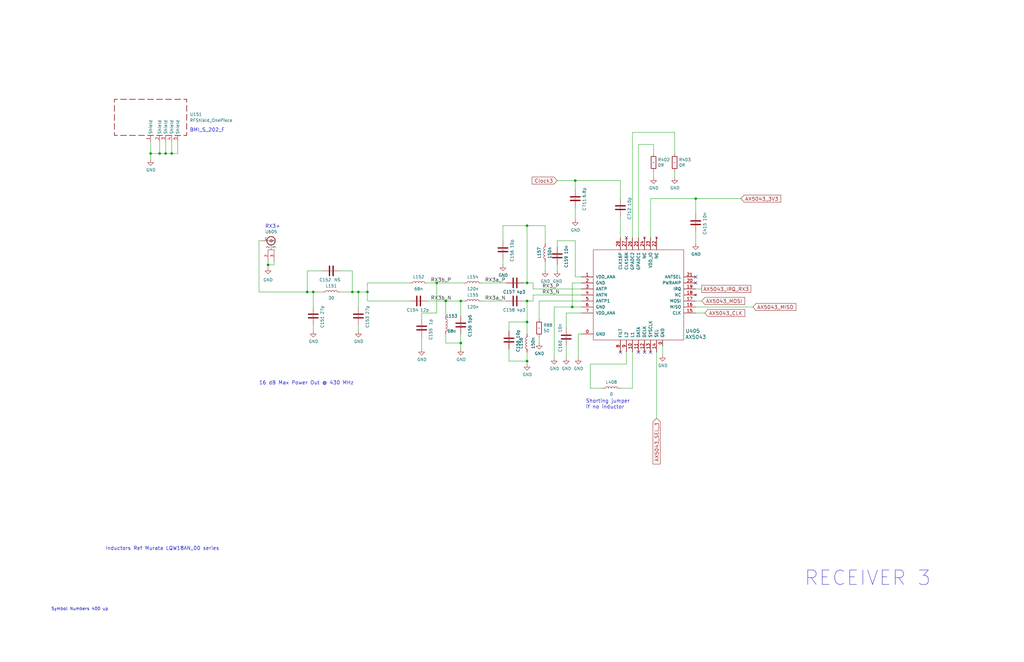
<source format=kicad_sch>
(kicad_sch (version 20230121) (generator eeschema)
  (paper "USLedger")
  (title_block (title "Radiation Tolerant PacSat Communication") (date "2023-06-17") (rev "A") (company "AMSAT-NA") (comment 1 "N5BRG"))
  (lib_symbols
    (symbol "Device:C" (pin_numbers hide) (pin_names (offset 0.254))
      (property "Reference" "C" (at 0.635 2.54 0))
      (property "Value" "C" (at 0.635 -2.54 0))
      (symbol "C_0_1"
        (polyline (pts (xy -2.032 -0.762) (xy 2.032 -0.762)) (stroke (width 0.508)))
        (polyline (pts (xy -2.032 0.762) (xy 2.032 0.762)) (stroke (width 0.508)))
      )
      (symbol "C_1_1"
        (pin passive line (at 0 3.81 270) (length 2.794) (name "~") (number "1"))
        (pin passive line (at 0 -3.81 90) (length 2.794) (name "~") (number "2"))
      )
    )
    (symbol "Device:L" (pin_numbers hide) (pin_names (offset 1.016) hide)
      (property "Reference" "L" (at -1.27 0 90))
      (property "Value" "L" (at 1.905 0 90))
      (symbol "L_0_1"
        (arc (start 0 -2.54) (mid 0.6323 -1.905) (end 0 -1.27))
        (arc (start 0 -1.27) (mid 0.6323 -0.635) (end 0 0))
        (arc (start 0 0) (mid 0.6323 0.635) (end 0 1.27))
        (arc (start 0 1.27) (mid 0.6323 1.905) (end 0 2.54))
      )
      (symbol "L_1_1"
        (pin passive line (at 0 3.81 270) (length 1.27) (name "1") (number "1"))
        (pin passive line (at 0 -3.81 90) (length 1.27) (name "2") (number "2"))
      )
    )
    (symbol "Device:R" (pin_numbers hide) (pin_names (offset 0))
      (property "Reference" "R" (at 2.032 0 90))
      (property "Value" "R" (at 0 0 90))
      (symbol "R_0_1"
        (rectangle (start -1.016 -2.54) (end 1.016 2.54) (stroke (width 0.254)))
      )
      (symbol "R_1_1"
        (pin passive line (at 0 3.81 270) (length 1.27) (name "~") (number "1"))
        (pin passive line (at 0 -3.81 90) (length 1.27) (name "~") (number "2"))
      )
    )
    (symbol "PACSAT_DEV_misc:AX5043" (pin_names (offset 1.016))
      (property "Reference" "U156" (at 16.51 -21.59 0))
      (property "Value" "AX5043" (at -5.08 0 0))
      (symbol "AX5043_0_1"
        (rectangle (start -19.05 19.05) (end 19.05 -19.05))
      )
      (symbol "AX5043_1_1"
        (pin passive line (at -24.13 -16.51 0) (length 5.08) (name "GND") (number "0"))
        (pin power_in line (at 10.16 -21.59 90) (length 2.54) (name "GND") (number "0"))
        (pin passive line (at -24.13 7.62 0) (length 5.08) (name "VDD_ANA") (number "1"))
        (pin passive line (at -2.54 -24.13 90) (length 5.08) (name "L1") (number "10"))
        (pin input line (at 0 -24.13 90) (length 5.08) (name "DATA") (number "11"))
        (pin input line (at 2.54 -24.13 90) (length 5.08) (name "DCLK") (number "12"))
        (pin output line (at 5.08 -24.13 90) (length 5.08) (name "SYSCLK") (number "13"))
        (pin input line (at 7.62 -24.13 90) (length 5.08) (name "SEL") (number "14"))
        (pin input line (at 24.13 -7.62 180) (length 5.08) (name "CLK") (number "15"))
        (pin tri_state line (at 24.13 -5.08 180) (length 5.08) (name "MISO") (number "16"))
        (pin input line (at 24.13 -2.54 180) (length 5.08) (name "MOSI") (number "17"))
        (pin no_connect line (at 24.13 0 180) (length 5.08) (name "NC") (number "18"))
        (pin output line (at 24.13 2.54 180) (length 5.08) (name "IRQ") (number "19"))
        (pin input line (at -24.13 5.08 0) (length 5.08) (name "GND") (number "2"))
        (pin output line (at 24.13 5.08 180) (length 5.08) (name "PWRAMP") (number "20"))
        (pin output line (at 24.13 7.62 180) (length 5.08) (name "ANTSEL") (number "21"))
        (pin no_connect line (at 7.62 24.13 270) (length 5.08) (name "NC") (number "22"))
        (pin passive line (at 5.08 24.13 270) (length 5.08) (name "VDD_IO") (number "23"))
        (pin no_connect line (at 2.54 24.13 270) (length 5.08) (name "NC") (number "24"))
        (pin input line (at 0 24.13 270) (length 5.08) (name "GPADC1") (number "25"))
        (pin input line (at -2.54 24.13 270) (length 5.08) (name "GPADC2") (number "26"))
        (pin passive line (at -5.08 24.13 270) (length 5.08) (name "CLK16N") (number "27"))
        (pin passive line (at -7.62 24.13 270) (length 5.08) (name "CLK16P") (number "28"))
        (pin bidirectional line (at -24.13 2.54 0) (length 5.08) (name "ANTP") (number "3"))
        (pin bidirectional line (at -24.13 0 0) (length 5.08) (name "ANTN") (number "4"))
        (pin output line (at -24.13 -2.54 0) (length 5.08) (name "ANTP1") (number "5"))
        (pin input line (at -24.13 -5.08 0) (length 5.08) (name "GND") (number "6"))
        (pin passive line (at -24.13 -7.62 0) (length 5.08) (name "VDD_ANA") (number "7"))
        (pin passive line (at -7.62 -24.13 90) (length 5.08) (name "FILT") (number "8"))
        (pin passive line (at -5.08 -24.13 90) (length 5.08) (name "L2") (number "9"))
      )
    )
    (symbol "PACSAT_DEV_misc:RF_SHIELD_BOX"
      (property "Reference" "U" (at -15.24 8.89 0))
      (symbol "RF_SHIELD_BOX_0_1"
        (polyline (pts (xy -16.51 -5.08) (xy -16.51 -2.54)) (stroke (width 0.254)))
        (polyline (pts (xy -16.51 -1.27) (xy -16.51 1.27)) (stroke (width 0.254)))
        (polyline (pts (xy -16.51 2.54) (xy -16.51 5.08)) (stroke (width 0.254)))
        (polyline (pts (xy -13.97 7.62) (xy -11.43 7.62)) (stroke (width 0.254)))
        (polyline (pts (xy -11.43 -7.62) (xy -13.97 -7.62)) (stroke (width 0.254)))
        (polyline (pts (xy -7.62 -7.62) (xy -10.16 -7.62)) (stroke (width 0.254)))
        (polyline (pts (xy -7.62 7.62) (xy -10.16 7.62)) (stroke (width 0.254)))
        (polyline (pts (xy -3.81 -7.62) (xy -6.35 -7.62)) (stroke (width 0.254)))
        (polyline (pts (xy -3.81 7.62) (xy -6.35 7.62)) (stroke (width 0.254)))
        (polyline (pts (xy -2.54 -7.62) (xy 0 -7.62)) (stroke (width 0.254)))
        (polyline (pts (xy 0 7.62) (xy -2.54 7.62)) (stroke (width 0.254)))
        (polyline (pts (xy 1.27 -7.62) (xy 3.81 -7.62)) (stroke (width 0.254)))
        (polyline (pts (xy 3.81 7.62) (xy 1.27 7.62)) (stroke (width 0.254)))
        (polyline (pts (xy 5.08 -7.62) (xy 7.62 -7.62)) (stroke (width 0.254)))
        (polyline (pts (xy 7.62 7.62) (xy 5.08 7.62)) (stroke (width 0.254)))
        (polyline (pts (xy 8.89 -7.62) (xy 11.43 -7.62)) (stroke (width 0.254)))
        (polyline (pts (xy 11.43 7.62) (xy 8.89 7.62)) (stroke (width 0.254)))
        (polyline (pts (xy 13.97 -5.08) (xy 13.97 -2.54)) (stroke (width 0.254)))
        (polyline (pts (xy 13.97 -1.27) (xy 13.97 1.27)) (stroke (width 0.254)))
        (polyline (pts (xy 13.97 2.54) (xy 13.97 5.08)) (stroke (width 0.254)))
        (polyline (pts (xy -16.51 6.35) (xy -16.51 7.62) (xy -15.24 7.62)) (stroke (width 0.254)))
        (polyline (pts (xy -15.24 -7.62) (xy -16.51 -7.62) (xy -16.51 -6.35)) (stroke (width 0.254)))
        (polyline (pts (xy 12.7 -7.62) (xy 13.97 -7.62) (xy 13.97 -6.35)) (stroke (width 0.254)))
        (polyline (pts (xy 13.97 6.35) (xy 13.97 7.62) (xy 12.7 7.62)) (stroke (width 0.254)))
      )
      (symbol "RF_SHIELD_BOX_1_1"
        (pin power_in line (at -1.27 -10.16 90) (length 2.54) (name "Shield") (number "1"))
        (pin power_in line (at 2.54 -10.16 90) (length 2.54) (name "Shield") (number "2"))
        (pin power_in line (at 5.08 -10.16 90) (length 2.54) (name "Shield") (number "3"))
        (pin power_in line (at 7.62 -10.16 90) (length 2.54) (name "Shield") (number "4"))
        (pin power_in line (at 10.16 -10.16 90) (length 2.54) (name "Shield") (number "5"))
      )
    )
    (symbol "PACSAT_DEV_misc:U_FL"
      (property "Reference" "U" (at -3.81 2.54 0))
      (symbol "U_FL_0_1"
        (polyline (pts (xy -1.27 -3.81) (xy 1.27 -3.81)))
        (polyline (pts (xy 0 -3.81) (xy 0 -1.778)))
        (circle (center 0 0) (radius 0.508) (stroke (width 0.2032)))
        (circle (center 0 0) (radius 1.778) (stroke (width 0.3048)))
      )
      (symbol "U_FL_1_1"
        (pin bidirectional line (at -3.81 0 0) (length 3.302) (name "In") (number "1"))
        (pin power_in line (at -1.27 -8.89 90) (length 5.08) (name "2") (number "2"))
        (pin power_in line (at 1.27 -8.89 90) (length 5.08) (name "3") (number "3"))
      )
    )
    (symbol "power:GND" (power) (pin_names (offset 0))
      (property "Value" "GND" (at 0 -3.81 0))
      (symbol "GND_0_1"
        (polyline (pts (xy 0 0) (xy 0 -1.27) (xy 1.27 -1.27) (xy 0 -2.54) (xy -1.27 -1.27) (xy 0 -1.27)))
      )
      (symbol "GND_1_1"
        (pin power_in line (at 0 0 270) (length 0) hide (name "GND") (number "1"))
      )
    )
  )
  (junction (at 194.31 144.78))
  (junction (at 222.25 135.89))
  (junction (at 151.13 123.19))
  (junction (at 154.94 123.19))
  (junction (at 63.5 64.77))
  (junction (at 222.25 127))
  (junction (at 194.31 127))
  (junction (at 187.96 127))
  (junction (at 148.59 123.19))
  (junction (at 69.85 64.77))
  (junction (at 241.3 129.54))
  (junction (at 242.57 76.2))
  (junction (at 72.39 64.77))
  (junction (at 67.31 64.77))
  (junction (at 222.25 95.25))
  (junction (at 184.15 119.38))
  (junction (at 222.25 152.4))
  (junction (at 222.25 119.38))
  (junction (at 132.08 123.19))
  (junction (at 113.03 111.76))
  (junction (at 129.54 123.19))
  (junction (at 293.37 83.82))
  (no_connect (at 271.78 148.59))
  (no_connect (at 261.62 148.59))
  (no_connect (at 264.16 100.33))
  (no_connect (at 293.37 116.84))
  (no_connect (at 274.32 148.59))
  (no_connect (at 269.24 148.59))
  (no_connect (at 293.37 119.38))
  (wire (pts (xy 242.57 116.84) (xy 242.57 101.6)))
  (wire (pts (xy 194.31 127) (xy 195.58 127)))
  (wire (pts (xy 154.94 119.38) (xy 172.72 119.38)))
  (wire (pts (xy 269.24 60.96) (xy 275.59 60.96)))
  (wire (pts (xy 148.59 123.19) (xy 151.13 123.19)))
  (wire (pts (xy 242.57 87.63) (xy 242.57 92.71)))
  (wire (pts (xy 227.33 127) (xy 227.33 134.62)))
  (wire (pts (xy 293.37 83.82) (xy 312.42 83.82)))
  (wire (pts (xy 74.93 59.69) (xy 74.93 64.77)))
  (wire (pts (xy 222.25 127) (xy 222.25 135.89)))
  (wire (pts (xy 229.87 95.25) (xy 229.87 102.87)))
  (wire (pts (xy 187.96 127) (xy 187.96 133.35)))
  (wire (pts (xy 245.11 116.84) (xy 242.57 116.84)))
  (wire (pts (xy 194.31 127) (xy 194.31 133.35)))
  (wire (pts (xy 184.15 119.38) (xy 195.58 119.38)))
  (wire (pts (xy 284.48 55.88) (xy 284.48 64.77)))
  (wire (pts (xy 222.25 148.59) (xy 222.25 152.4)))
  (wire (pts (xy 151.13 123.19) (xy 154.94 123.19)))
  (wire (pts (xy 224.79 119.38) (xy 224.79 121.92)))
  (wire (pts (xy 261.62 163.83) (xy 266.7 163.83)))
  (wire (pts (xy 63.5 59.69) (xy 63.5 64.77)))
  (wire (pts (xy 261.62 91.44) (xy 261.62 100.33)))
  (wire (pts (xy 261.62 76.2) (xy 242.57 76.2)))
  (wire (pts (xy 220.98 119.38) (xy 222.25 119.38)))
  (wire (pts (xy 184.15 132.08) (xy 177.8 132.08)))
  (wire (pts (xy 177.8 132.08) (xy 177.8 134.62)))
  (wire (pts (xy 110.49 101.6) (xy 109.22 101.6)))
  (wire (pts (xy 233.68 151.13) (xy 233.68 129.54)))
  (wire (pts (xy 238.76 132.08) (xy 238.76 138.43)))
  (wire (pts (xy 203.2 127) (xy 213.36 127)))
  (wire (pts (xy 234.95 111.76) (xy 234.95 114.3)))
  (wire (pts (xy 264.16 153.67) (xy 248.92 153.67)))
  (wire (pts (xy 293.37 90.17) (xy 293.37 83.82)))
  (wire (pts (xy 261.62 76.2) (xy 261.62 83.82)))
  (wire (pts (xy 67.31 64.77) (xy 63.5 64.77)))
  (wire (pts (xy 224.79 127) (xy 224.79 124.46)))
  (wire (pts (xy 234.95 101.6) (xy 234.95 104.14)))
  (wire (pts (xy 220.98 127) (xy 222.25 127)))
  (wire (pts (xy 135.89 114.3) (xy 129.54 114.3)))
  (wire (pts (xy 184.15 119.38) (xy 184.15 132.08)))
  (wire (pts (xy 269.24 60.96) (xy 269.24 100.33)))
  (wire (pts (xy 154.94 127) (xy 172.72 127)))
  (wire (pts (xy 129.54 114.3) (xy 129.54 123.19)))
  (wire (pts (xy 109.22 101.6) (xy 109.22 123.19)))
  (wire (pts (xy 132.08 137.16) (xy 132.08 139.7)))
  (wire (pts (xy 212.09 101.6) (xy 212.09 95.25)))
  (wire (pts (xy 266.7 148.59) (xy 266.7 163.83)))
  (wire (pts (xy 113.03 110.49) (xy 113.03 111.76)))
  (wire (pts (xy 67.31 59.69) (xy 67.31 64.77)))
  (wire (pts (xy 243.84 140.97) (xy 243.84 151.13)))
  (wire (pts (xy 148.59 114.3) (xy 148.59 123.19)))
  (wire (pts (xy 113.03 111.76) (xy 115.57 111.76)))
  (wire (pts (xy 212.09 95.25) (xy 222.25 95.25)))
  (wire (pts (xy 248.92 153.67) (xy 248.92 163.83)))
  (wire (pts (xy 279.4 146.05) (xy 279.4 149.86)))
  (wire (pts (xy 187.96 144.78) (xy 194.31 144.78)))
  (wire (pts (xy 242.57 101.6) (xy 234.95 101.6)))
  (wire (pts (xy 227.33 142.24) (xy 227.33 144.78)))
  (wire (pts (xy 177.8 142.24) (xy 177.8 147.32)))
  (wire (pts (xy 274.32 83.82) (xy 293.37 83.82)))
  (wire (pts (xy 69.85 64.77) (xy 72.39 64.77)))
  (wire (pts (xy 109.22 123.19) (xy 129.54 123.19)))
  (wire (pts (xy 113.03 111.76) (xy 113.03 113.03)))
  (wire (pts (xy 284.48 72.39) (xy 284.48 74.93)))
  (wire (pts (xy 115.57 110.49) (xy 115.57 111.76)))
  (wire (pts (xy 293.37 121.92) (xy 295.91 121.92)))
  (wire (pts (xy 132.08 123.19) (xy 135.89 123.19)))
  (wire (pts (xy 227.33 127) (xy 245.11 127)))
  (wire (pts (xy 214.63 135.89) (xy 222.25 135.89)))
  (wire (pts (xy 151.13 137.16) (xy 151.13 139.7)))
  (wire (pts (xy 293.37 127) (xy 295.91 127)))
  (wire (pts (xy 222.25 152.4) (xy 222.25 153.67)))
  (wire (pts (xy 245.11 119.38) (xy 241.3 119.38)))
  (wire (pts (xy 222.25 135.89) (xy 222.25 140.97)))
  (wire (pts (xy 276.86 148.59) (xy 276.86 176.53)))
  (wire (pts (xy 275.59 72.39) (xy 275.59 74.93)))
  (wire (pts (xy 238.76 146.05) (xy 238.76 151.13)))
  (wire (pts (xy 132.08 129.54) (xy 132.08 123.19)))
  (wire (pts (xy 242.57 76.2) (xy 242.57 80.01)))
  (wire (pts (xy 67.31 64.77) (xy 69.85 64.77)))
  (wire (pts (xy 293.37 97.79) (xy 293.37 102.87)))
  (wire (pts (xy 266.7 55.88) (xy 284.48 55.88)))
  (wire (pts (xy 72.39 59.69) (xy 72.39 64.77)))
  (wire (pts (xy 143.51 123.19) (xy 148.59 123.19)))
  (wire (pts (xy 274.32 100.33) (xy 274.32 83.82)))
  (wire (pts (xy 214.63 147.32) (xy 214.63 152.4)))
  (wire (pts (xy 233.68 129.54) (xy 241.3 129.54)))
  (wire (pts (xy 194.31 140.97) (xy 194.31 144.78)))
  (wire (pts (xy 129.54 123.19) (xy 132.08 123.19)))
  (wire (pts (xy 151.13 129.54) (xy 151.13 123.19)))
  (wire (pts (xy 224.79 121.92) (xy 245.11 121.92)))
  (wire (pts (xy 214.63 139.7) (xy 214.63 135.89)))
  (wire (pts (xy 187.96 140.97) (xy 187.96 144.78)))
  (wire (pts (xy 224.79 124.46) (xy 245.11 124.46)))
  (wire (pts (xy 234.95 76.2) (xy 242.57 76.2)))
  (wire (pts (xy 194.31 144.78) (xy 194.31 147.32)))
  (wire (pts (xy 203.2 119.38) (xy 213.36 119.38)))
  (wire (pts (xy 241.3 129.54) (xy 245.11 129.54)))
  (wire (pts (xy 229.87 95.25) (xy 222.25 95.25)))
  (wire (pts (xy 248.92 163.83) (xy 254 163.83)))
  (wire (pts (xy 180.34 119.38) (xy 184.15 119.38)))
  (wire (pts (xy 229.87 110.49) (xy 229.87 114.3)))
  (wire (pts (xy 143.51 114.3) (xy 148.59 114.3)))
  (wire (pts (xy 293.37 132.08) (xy 297.18 132.08)))
  (wire (pts (xy 214.63 152.4) (xy 222.25 152.4)))
  (wire (pts (xy 74.93 64.77) (xy 72.39 64.77)))
  (wire (pts (xy 293.37 129.54) (xy 317.5 129.54)))
  (wire (pts (xy 63.5 64.77) (xy 63.5 67.31)))
  (wire (pts (xy 222.25 127) (xy 224.79 127)))
  (wire (pts (xy 241.3 119.38) (xy 241.3 129.54)))
  (wire (pts (xy 212.09 109.22) (xy 212.09 111.76)))
  (wire (pts (xy 187.96 127) (xy 194.31 127)))
  (wire (pts (xy 245.11 132.08) (xy 238.76 132.08)))
  (wire (pts (xy 266.7 55.88) (xy 266.7 100.33)))
  (wire (pts (xy 222.25 95.25) (xy 222.25 119.38)))
  (wire (pts (xy 245.11 140.97) (xy 243.84 140.97)))
  (wire (pts (xy 154.94 123.19) (xy 154.94 127)))
  (wire (pts (xy 154.94 119.38) (xy 154.94 123.19)))
  (wire (pts (xy 264.16 148.59) (xy 264.16 153.67)))
  (wire (pts (xy 180.34 127) (xy 187.96 127)))
  (wire (pts (xy 69.85 59.69) (xy 69.85 64.77)))
  (wire (pts (xy 275.59 60.96) (xy 275.59 64.77)))
  (wire (pts (xy 222.25 119.38) (xy 224.79 119.38)))
  (text "RECEIVER 3" (at 339.09 247.65 0) (effects (font (size 6.096 6.096)) (justify left bottom)))
  (text "BMI_S_202_F" (at 80.01 55.88 0) (effects (font (size 1.524 1.524)) (justify left bottom)))
  (text "16 dB Max Power Out @ 430 MHz" (at 109.22 162.56 0) (effects (font (size 1.524 1.524)) (justify left bottom)))
  (text "Symbol Numbers 400 up" (at 21.59 257.81 0) (effects (font (size 1.27 1.27)) (justify left bottom)))
  (text "Shorting jumper\nif no inductor" (at 247.015 172.72 0) (effects (font (size 1.524 1.524)) (justify left bottom)))
  (text "Inductors Ref Murata LQW18AN_00 series" (at 44.45 232.41 0) (effects (font (size 1.524 1.524)) (justify left bottom)))
  (text "RX3+" (at 111.76 96.52 0) (effects (font (size 1.524 1.524)) (justify left bottom)))
  (label "RX3a_P" (at 204.47 119.38 0) (effects (font (size 1.524 1.524))))
  (label "RX3a_N" (at 204.47 127 0) (effects (font (size 1.524 1.524))))
  (label "RX3_N" (at 228.6 124.46 0) (effects (font (size 1.524 1.524))))
  (label "RX3_P" (at 228.6 121.92 0) (effects (font (size 1.524 1.524))))
  (label "RX3b_P" (at 181.61 119.38 0) (effects (font (size 1.524 1.524))))
  (label "RX3b_N" (at 181.61 127 0) (effects (font (size 1.524 1.524))))
  (global_label "AX5043_SEL_3" (shape input) (at 276.86 176.53 270) (effects (font (size 1.524 1.524))) (property "Intersheetrefs" "${INTERSHEET_REFS}" (effects hide)))
  (global_label "AX5043_IRQ_RX3" (shape passive) (at 295.91 121.92 0) (effects (font (size 1.524 1.524))) (property "Intersheetrefs" "${INTERSHEET_REFS}" (effects hide)))
  (global_label "Clock3" (shape input) (at 234.95 76.2 180) (effects (font (size 1.524 1.524))) (property "Intersheetrefs" "${INTERSHEET_REFS}" (effects hide)))
  (global_label "AX5043_CLK" (shape input) (at 297.18 132.08 0) (effects (font (size 1.524 1.524))) (property "Intersheetrefs" "${INTERSHEET_REFS}" (effects hide)))
  (global_label "AX5043_MISO" (shape input) (at 317.5 129.54 0) (effects (font (size 1.524 1.524))) (property "Intersheetrefs" "${INTERSHEET_REFS}" (effects hide)))
  (global_label "AX5043_MOSI" (shape input) (at 295.91 127 0) (effects (font (size 1.524 1.524))) (property "Intersheetrefs" "${INTERSHEET_REFS}" (effects hide)))
  (global_label "AX5043_3V3" (shape input) (at 312.42 83.82 0) (effects (font (size 1.524 1.524))) (property "Intersheetrefs" "${INTERSHEET_REFS}" (effects hide)))
  (symbol (lib_id "Device:C") (at 177.8 138.43 0) (unit 1)
    (property "Reference" "C155" (at 181.61 140.97 90))
    (property "Value" "1p" (at 181.61 135.89 90))
    (property "Footprint" "Capacitor_SMD:C_0603_1608Metric_Pad1.08x0.95mm_HandSolder" (effects hide))
    (property "Datasheet" "~" (at 177.8 138.43 0))
    (instances (project "pACsAT_dEV_rEVc_230907" (path "" (reference "C155") (unit 1)) (path "" (reference "C405") (unit 1))))
  )
  (symbol (lib_id "Device:R") (at 275.59 68.58 0) (unit 1)
    (property "Reference" "R402" (at 277.368 67.4116 0) (effects (justify left)))
    (property "Value" "0R" (at 277.368 69.723 0) (effects (justify left)))
    (property "Footprint" "Resistor_SMD:R_0603_1608Metric_Pad0.98x0.95mm_HandSolder" (effects hide))
    (property "Datasheet" "~" (at 275.59 68.58 0))
  )
  (symbol (lib_id "power:GND") (at 222.25 153.67 0) (unit 1)
    (property "Reference" "#PWR0175" (effects hide))
    (property "Value" "GND" (at 222.377 158.0642 0))
    (instances (project "pACsAT_dEV_rEVc_230907" (path "" (reference "#PWR0175") (unit 1)) (path "" (reference "#PWR0408") (unit 1))))
  )
  (symbol (lib_id "Device:C") (at 151.13 133.35 0) (unit 1)
    (property "Reference" "C153" (at 154.94 135.89 90))
    (property "Value" "27p" (at 154.94 130.81 90))
    (property "Footprint" "Capacitor_SMD:C_0603_1608Metric_Pad1.08x0.95mm_HandSolder" (effects hide))
    (property "Datasheet" "~" (at 151.13 133.35 0))
    (instances (project "pACsAT_dEV_rEVc_230907" (path "" (reference "C153") (unit 1)) (path "" (reference "C403") (unit 1))))
  )
  (symbol (lib_id "power:GND") (at 63.5 67.31 0) (unit 1)
    (property "Reference" "#PWR0161" (effects hide))
    (property "Value" "GND" (at 63.627 71.7042 0))
    (instances (project "pACsAT_dEV_rEVc_230907" (path "" (reference "#PWR0161") (unit 1)) (path "" (reference "#PWR0619") (unit 1))))
  )
  (symbol (lib_id "power:GND") (at 233.68 151.13 0) (unit 1)
    (property "Reference" "#PWR0177" (effects hide))
    (property "Value" "GND" (at 233.807 155.5242 0))
    (instances (project "pACsAT_dEV_rEVc_230907" (path "" (reference "#PWR0177") (unit 1)) (path "" (reference "#PWR0411") (unit 1))))
  )
  (symbol (lib_id "power:GND") (at 284.48 74.93 0) (unit 1)
    (property "Reference" "#PWR0418" (effects hide))
    (property "Value" "GND" (at 284.607 79.3242 0))
  )
  (symbol (lib_id "power:GND") (at 113.03 113.03 0) (unit 1)
    (property "Reference" "#PWR0614" (effects hide))
    (property "Value" "GND" (at 113.03 118.11 0))
    (instances (project "pACsAT_dEV_rEVc_230907" (path "" (reference "#PWR0614") (unit 1)) (path "" (reference "#PWR0402") (unit 1))))
  )
  (symbol (lib_id "Device:L") (at 199.39 127 90) (unit 1)
    (property "Reference" "L155" (at 199.39 124.46 90))
    (property "Value" "120n" (at 199.39 129.54 90))
    (property "Footprint" "PacSatDev_misc:L_Murata_LQH2MCNxxxx02_2.0x1.6mm" (effects hide))
    (instances (project "pACsAT_dEV_rEVc_230907" (path "" (reference "L155") (unit 1)) (path "" (reference "L405") (unit 1))))
  )
  (symbol (lib_id "Device:L") (at 199.39 119.38 90) (unit 1)
    (property "Reference" "L154" (at 199.39 116.84 90))
    (property "Value" "120n" (at 199.39 121.92 90))
    (property "Footprint" "PacSatDev_misc:L_Murata_LQH2MCNxxxx02_2.0x1.6mm" (effects hide))
    (instances (project "pACsAT_dEV_rEVc_230907" (path "" (reference "L154") (unit 1)) (path "" (reference "L404") (unit 1))))
  )
  (symbol (lib_id "power:GND") (at 243.84 151.13 0) (unit 1)
    (property "Reference" "#PWR0181" (effects hide))
    (property "Value" "GND" (at 243.967 155.5242 0))
    (instances (project "pACsAT_dEV_rEVc_230907" (path "" (reference "#PWR0181") (unit 1)) (path "" (reference "#PWR0415") (unit 1))))
  )
  (symbol (lib_id "power:GND") (at 242.57 92.71 0) (unit 1)
    (property "Reference" "#PWR0735" (effects hide))
    (property "Value" "GND" (at 242.697 97.1042 0))
    (instances (project "pACsAT_dEV_rEVc_230907" (path "" (reference "#PWR0735") (unit 1)) (path "" (reference "#PWR0414") (unit 1))))
  )
  (symbol (lib_id "power:GND") (at 293.37 102.87 0) (unit 1)
    (property "Reference" "#PWR0419" (effects hide))
    (property "Value" "GND" (at 293.497 107.2642 0))
  )
  (symbol (lib_id "Device:L") (at 176.53 119.38 90) (unit 1)
    (property "Reference" "L152" (at 176.53 116.84 90))
    (property "Value" "68n" (at 176.53 121.92 90))
    (property "Footprint" "PacSatDev_misc:L_Murata_LQH2MCNxxxx02_2.0x1.6mm" (effects hide))
    (instances (project "pACsAT_dEV_rEVc_230907" (path "" (reference "L152") (unit 1)) (path "" (reference "L402") (unit 1))))
  )
  (symbol (lib_id "Device:L") (at 222.25 144.78 180) (unit 1)
    (property "Reference" "L156" (at 219.71 144.78 90))
    (property "Value" "150n" (at 224.79 144.78 90))
    (property "Footprint" "PacSatDev_misc:L_Murata_LQH2MCNxxxx02_2.0x1.6mm" (effects hide))
    (instances (project "pACsAT_dEV_rEVc_230907" (path "" (reference "L156") (unit 1)) (path "" (reference "L406") (unit 1))))
  )
  (symbol (lib_id "Device:C") (at 238.76 142.24 0) (unit 1)
    (property "Reference" "C160" (at 236.22 146.05 90))
    (property "Value" "10n" (at 236.22 138.43 90))
    (property "Footprint" "Capacitor_SMD:C_0603_1608Metric_Pad1.08x0.95mm_HandSolder" (effects hide))
    (property "Datasheet" "~" (at 238.76 142.24 0))
    (instances (project "pACsAT_dEV_rEVc_230907" (path "" (reference "C160") (unit 1)) (path "" (reference "C412") (unit 1))))
  )
  (symbol (lib_id "power:GND") (at 229.87 114.3 0) (unit 1)
    (property "Reference" "#PWR0176" (effects hide))
    (property "Value" "GND" (at 229.997 118.6942 0))
    (instances (project "pACsAT_dEV_rEVc_230907" (path "" (reference "#PWR0176") (unit 1)) (path "" (reference "#PWR0410") (unit 1))))
  )
  (symbol (lib_id "PACSAT_DEV_misc:U_FL") (at 114.3 101.6 0) (unit 1)
    (property "Reference" "U605" (at 111.76 97.79 0) (effects (justify left)))
    (property "Value" "~" (at 114.3 101.6 0))
    (property "Footprint" "PacSatDev_misc:U_FL" (effects hide))
    (instances (project "pACsAT_dEV_rEVc_230907" (path "" (reference "U605") (unit 1)) (path "" (reference "U406") (unit 1))))
  )
  (symbol (lib_id "Device:R") (at 284.48 68.58 0) (unit 1)
    (property "Reference" "R403" (at 286.258 67.4116 0) (effects (justify left)))
    (property "Value" "0R" (at 286.258 69.723 0) (effects (justify left)))
    (property "Footprint" "Resistor_SMD:R_0603_1608Metric_Pad0.98x0.95mm_HandSolder" (effects hide))
    (property "Datasheet" "~" (at 284.48 68.58 0))
  )
  (symbol (lib_id "power:GND") (at 132.08 139.7 0) (unit 1)
    (property "Reference" "#PWR0171" (effects hide))
    (property "Value" "GND" (at 132.207 144.0942 0))
    (instances (project "pACsAT_dEV_rEVc_230907" (path "" (reference "#PWR0171") (unit 1)) (path "" (reference "#PWR0403") (unit 1))))
  )
  (symbol (lib_id "Device:C") (at 217.17 119.38 270) (unit 1)
    (property "Reference" "C157" (at 214.63 123.19 90))
    (property "Value" "4p3" (at 219.71 123.19 90))
    (property "Footprint" "Capacitor_SMD:C_0603_1608Metric_Pad1.08x0.95mm_HandSolder" (effects hide))
    (property "Datasheet" "~" (at 217.17 119.38 0))
    (instances (project "pACsAT_dEV_rEVc_230907" (path "" (reference "C157") (unit 1)) (path "" (reference "C409") (unit 1))))
  )
  (symbol (lib_id "Device:C") (at 217.17 127 270) (unit 1)
    (property "Reference" "C158" (at 214.63 130.81 90))
    (property "Value" "4p3" (at 219.71 130.81 90))
    (property "Footprint" "Capacitor_SMD:C_0603_1608Metric_Pad1.08x0.95mm_HandSolder" (effects hide))
    (property "Datasheet" "~" (at 217.17 127 0))
    (instances (project "pACsAT_dEV_rEVc_230907" (path "" (reference "C158") (unit 1)) (path "" (reference "C410") (unit 1))))
  )
  (symbol (lib_id "power:GND") (at 275.59 74.93 0) (unit 1)
    (property "Reference" "#PWR0416" (effects hide))
    (property "Value" "GND" (at 275.717 79.3242 0))
  )
  (symbol (lib_id "power:GND") (at 212.09 111.76 0) (unit 1)
    (property "Reference" "#PWR0176" (effects hide))
    (property "Value" "GND" (at 212.217 116.1542 0))
    (instances (project "pACsAT_dEV_rEVc_230907" (path "" (reference "#PWR0176") (unit 1)) (path "" (reference "#PWR0407") (unit 1))))
  )
  (symbol (lib_id "Device:L") (at 257.81 163.83 90) (unit 1)
    (property "Reference" "L408" (at 257.81 161.29 90))
    (property "Value" "0" (at 257.81 166.37 90))
    (property "Footprint" "PacSatDev_misc:L_Murata_LQH2MCNxxxx02_2.0x1.6mm" (effects hide))
  )
  (symbol (lib_id "Device:C") (at 139.7 114.3 270) (unit 1)
    (property "Reference" "C152" (at 137.16 118.11 90))
    (property "Value" "NS" (at 142.24 118.11 90))
    (property "Footprint" "Capacitor_SMD:C_0603_1608Metric_Pad1.08x0.95mm_HandSolder" (effects hide))
    (property "Datasheet" "~" (at 139.7 114.3 0))
    (instances (project "pACsAT_dEV_rEVc_230907" (path "" (reference "C152") (unit 1)) (path "" (reference "C402") (unit 1))))
  )
  (symbol (lib_id "Device:C") (at 176.53 127 270) (unit 1)
    (property "Reference" "C154" (at 173.99 130.81 90))
    (property "Value" "12p" (at 179.07 130.81 90))
    (property "Footprint" "Capacitor_SMD:C_0603_1608Metric_Pad1.08x0.95mm_HandSolder" (effects hide))
    (property "Datasheet" "~" (at 176.53 127 0))
    (instances (project "pACsAT_dEV_rEVc_230907" (path "" (reference "C154") (unit 1)) (path "" (reference "C404") (unit 1))))
  )
  (symbol (lib_id "PACSAT_DEV_misc:RF_SHIELD_BOX") (at 64.77 49.53 0) (unit 1)
    (property "Reference" "U151" (at 80.01 48.26 0) (effects (justify left)))
    (property "Value" "RFShield_OnePiece" (at 80.01 50.8 0) (effects (justify left)))
    (property "Footprint" "PacSatDev_misc:RF_SHIELD_BMI_S_202_F_U401" (effects hide))
    (instances (project "pACsAT_dEV_rEVc_230907" (path "" (reference "U151") (unit 1)) (path "" (reference "U401") (unit 1))))
  )
  (symbol (lib_id "Device:L") (at 187.96 137.16 0) (unit 1)
    (property "Reference" "L153" (at 190.5 133.35 0))
    (property "Value" "68n" (at 190.5 139.7 0))
    (property "Footprint" "PacSatDev_misc:L_Murata_LQH2MCNxxxx02_2.0x1.6mm" (effects hide))
    (instances (project "pACsAT_dEV_rEVc_230907" (path "" (reference "L153") (unit 1)) (path "" (reference "L403") (unit 1))))
  )
  (symbol (lib_id "Device:L") (at 139.7 123.19 90) (unit 1)
    (property "Reference" "L151" (at 139.7 120.65 90))
    (property "Value" "30" (at 139.7 125.73 90))
    (property "Footprint" "PacSatDev_misc:L_Murata_LQH2MCNxxxx02_2.0x1.6mm" (effects hide))
    (instances (project "pACsAT_dEV_rEVc_230907" (path "" (reference "L151") (unit 1)) (path "" (reference "L401") (unit 1))))
  )
  (symbol (lib_id "Device:C") (at 261.62 87.63 0) (unit 1)
    (property "Reference" "C712" (at 265.43 90.17 90))
    (property "Value" "10p" (at 265.43 85.09 90))
    (property "Footprint" "Capacitor_SMD:C_0603_1608Metric_Pad1.08x0.95mm_HandSolder" (effects hide))
    (property "Datasheet" "~" (at 261.62 87.63 0))
    (instances (project "pACsAT_dEV_rEVc_230907" (path "" (reference "C712") (unit 1)) (path "" (reference "C414") (unit 1))))
  )
  (symbol (lib_id "power:GND") (at 279.4 149.86 0) (unit 1)
    (property "Reference" "#PWR0173" (effects hide))
    (property "Value" "GND" (at 279.527 154.2542 0))
    (instances (project "pACsAT_dEV_rEVc_230907" (path "" (reference "#PWR0173") (unit 1)) (path "" (reference "#PWR0417") (unit 1))))
  )
  (symbol (lib_id "Device:C") (at 214.63 143.51 0) (unit 1)
    (property "Reference" "C156" (at 218.44 146.05 90))
    (property "Value" "10p" (at 218.44 140.97 90))
    (property "Footprint" "Capacitor_SMD:C_0603_1608Metric_Pad1.08x0.95mm_HandSolder" (effects hide))
    (property "Datasheet" "~" (at 214.63 143.51 0))
    (instances (project "pACsAT_dEV_rEVc_230907" (path "" (reference "C156") (unit 1)) (path "" (reference "C408") (unit 1))))
  )
  (symbol (lib_id "power:GND") (at 151.13 139.7 0) (unit 1)
    (property "Reference" "#PWR0172" (effects hide))
    (property "Value" "GND" (at 151.257 144.0942 0))
    (instances (project "pACsAT_dEV_rEVc_230907" (path "" (reference "#PWR0172") (unit 1)) (path "" (reference "#PWR0404") (unit 1))))
  )
  (symbol (lib_id "Device:C") (at 132.08 133.35 0) (unit 1)
    (property "Reference" "C151" (at 135.89 135.89 90))
    (property "Value" "27p" (at 135.89 130.81 90))
    (property "Footprint" "Capacitor_SMD:C_0603_1608Metric_Pad1.08x0.95mm_HandSolder" (effects hide))
    (property "Datasheet" "~" (at 132.08 133.35 0))
    (instances (project "pACsAT_dEV_rEVc_230907" (path "" (reference "C151") (unit 1)) (path "" (reference "C401") (unit 1))))
  )
  (symbol (lib_id "Device:C") (at 234.95 107.95 0) (unit 1)
    (property "Reference" "C159" (at 238.76 110.49 90))
    (property "Value" "10n" (at 238.76 105.41 90))
    (property "Footprint" "Capacitor_SMD:C_0603_1608Metric_Pad1.08x0.95mm_HandSolder" (effects hide))
    (property "Datasheet" "~" (at 234.95 107.95 0))
    (instances (project "pACsAT_dEV_rEVc_230907" (path "" (reference "C159") (unit 1)) (path "" (reference "C411") (unit 1))))
  )
  (symbol (lib_id "Device:C") (at 212.09 105.41 0) (unit 1)
    (property "Reference" "C156" (at 215.9 107.95 90))
    (property "Value" "10p" (at 215.9 102.87 90))
    (property "Footprint" "Capacitor_SMD:C_0603_1608Metric_Pad1.08x0.95mm_HandSolder" (effects hide))
    (property "Datasheet" "~" (at 212.09 105.41 0))
    (instances (project "pACsAT_dEV_rEVc_230907" (path "" (reference "C156") (unit 1)) (path "" (reference "C407") (unit 1))))
  )
  (symbol (lib_id "power:GND") (at 194.31 147.32 0) (unit 1)
    (property "Reference" "#PWR0174" (effects hide))
    (property "Value" "GND" (at 194.437 151.7142 0))
    (instances (project "pACsAT_dEV_rEVc_230907" (path "" (reference "#PWR0174") (unit 1)) (path "" (reference "#PWR0406") (unit 1))))
  )
  (symbol (lib_id "power:GND") (at 177.8 147.32 0) (unit 1)
    (property "Reference" "#PWR0173" (effects hide))
    (property "Value" "GND" (at 177.927 151.7142 0))
    (instances (project "pACsAT_dEV_rEVc_230907" (path "" (reference "#PWR0173") (unit 1)) (path "" (reference "#PWR0405") (unit 1))))
  )
  (symbol (lib_id "Device:C") (at 194.31 137.16 0) (unit 1)
    (property "Reference" "C156" (at 198.12 139.7 90))
    (property "Value" "5p6" (at 198.12 134.62 90))
    (property "Footprint" "Capacitor_SMD:C_0603_1608Metric_Pad1.08x0.95mm_HandSolder" (effects hide))
    (property "Datasheet" "~" (at 194.31 137.16 0))
    (instances (project "pACsAT_dEV_rEVc_230907" (path "" (reference "C156") (unit 1)) (path "" (reference "C406") (unit 1))))
  )
  (symbol (lib_id "power:GND") (at 234.95 114.3 0) (unit 1)
    (property "Reference" "#PWR0178" (effects hide))
    (property "Value" "GND" (at 235.077 118.6942 0))
    (instances (project "pACsAT_dEV_rEVc_230907" (path "" (reference "#PWR0178") (unit 1)) (path "" (reference "#PWR0412") (unit 1))))
  )
  (symbol (lib_id "Device:R") (at 227.33 138.43 0) (unit 1)
    (property "Reference" "R88" (at 229.108 137.2616 0) (effects (justify left)))
    (property "Value" "50" (at 229.108 139.573 0) (effects (justify left)))
    (property "Footprint" "Resistor_SMD:R_0603_1608Metric_Pad0.98x0.95mm_HandSolder" (effects hide))
    (property "Datasheet" "~" (at 227.33 138.43 0))
    (instances (project "pACsAT_dEV_rEVc_230907" (path "" (reference "R88") (unit 1)) (path "" (reference "R401") (unit 1))))
  )
  (symbol (lib_id "power:GND") (at 238.76 151.13 0) (unit 1)
    (property "Reference" "#PWR0179" (effects hide))
    (property "Value" "GND" (at 238.887 155.5242 0))
    (instances (project "pACsAT_dEV_rEVc_230907" (path "" (reference "#PWR0179") (unit 1)) (path "" (reference "#PWR0413") (unit 1))))
  )
  (symbol (lib_id "power:GND") (at 227.33 144.78 0) (unit 1)
    (property "Reference" "#PWR0191" (effects hide))
    (property "Value" "GND" (at 227.457 149.1742 0))
    (instances (project "pACsAT_dEV_rEVc_230907" (path "" (reference "#PWR0191") (unit 1)) (path "" (reference "#PWR0409") (unit 1))))
  )
  (symbol (lib_id "Device:C") (at 293.37 93.98 0) (unit 1)
    (property "Reference" "C415" (at 297.18 96.52 90))
    (property "Value" "10n" (at 297.18 91.44 90))
    (property "Footprint" "Capacitor_SMD:C_0603_1608Metric_Pad1.08x0.95mm_HandSolder" (effects hide))
    (property "Datasheet" "~" (at 293.37 93.98 0))
  )
  (symbol (lib_id "Device:C") (at 242.57 83.82 0) (unit 1)
    (property "Reference" "C711" (at 246.38 86.36 90))
    (property "Value" "6.8p" (at 246.38 81.28 90))
    (property "Footprint" "Capacitor_SMD:C_0603_1608Metric_Pad1.08x0.95mm_HandSolder" (effects hide))
    (property "Datasheet" "~" (at 242.57 83.82 0))
    (instances (project "pACsAT_dEV_rEVc_230907" (path "" (reference "C711") (unit 1)) (path "" (reference "C413") (unit 1))))
  )
  (symbol (lib_id "Device:L") (at 229.87 106.68 180) (unit 1)
    (property "Reference" "L157" (at 227.33 106.68 90))
    (property "Value" "150n" (at 231.775 106.68 90))
    (property "Footprint" "PacSatDev_misc:L_Murata_LQH2MCNxxxx02_2.0x1.6mm" (effects hide))
    (instances (project "pACsAT_dEV_rEVc_230907" (path "" (reference "L157") (unit 1)) (path "" (reference "L407") (unit 1))))
  )
  (symbol (lib_id "PACSAT_DEV_misc:AX5043") (at 269.24 124.46 0) (unit 1)
    (property "Reference" "U405" (at 292.1 139.7 0) (effects (font (size 1.524 1.524))))
    (property "Value" "AX5043" (at 293.37 142.24 0) (effects (font (size 1.524 1.524))))
    (property "Footprint" "PacSatDev_onsemi:QFN28" (effects hide))
  )
)
</source>
